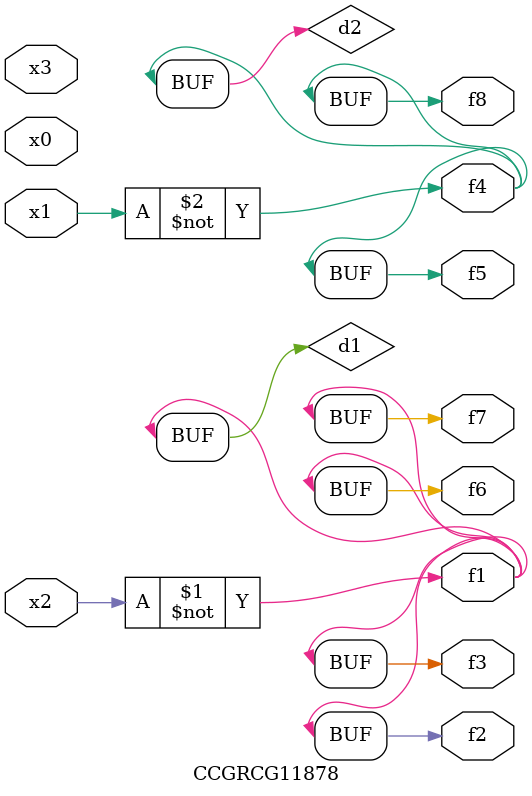
<source format=v>
module CCGRCG11878(
	input x0, x1, x2, x3,
	output f1, f2, f3, f4, f5, f6, f7, f8
);

	wire d1, d2;

	xnor (d1, x2);
	not (d2, x1);
	assign f1 = d1;
	assign f2 = d1;
	assign f3 = d1;
	assign f4 = d2;
	assign f5 = d2;
	assign f6 = d1;
	assign f7 = d1;
	assign f8 = d2;
endmodule

</source>
